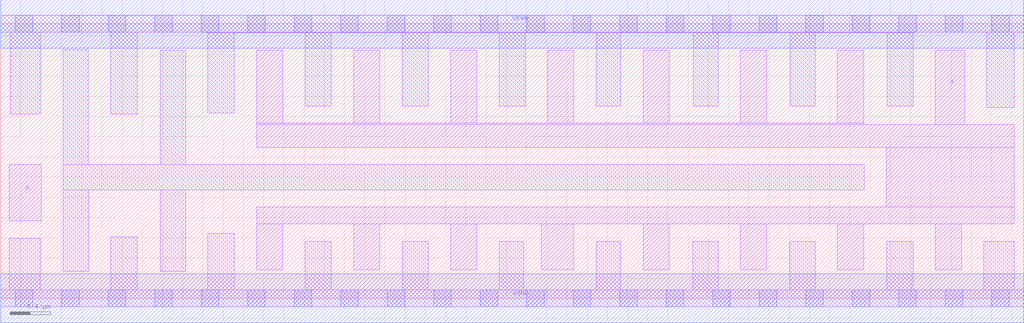
<source format=lef>
# Copyright 2020 The SkyWater PDK Authors
#
# Licensed under the Apache License, Version 2.0 (the "License");
# you may not use this file except in compliance with the License.
# You may obtain a copy of the License at
#
#     https://www.apache.org/licenses/LICENSE-2.0
#
# Unless required by applicable law or agreed to in writing, software
# distributed under the License is distributed on an "AS IS" BASIS,
# WITHOUT WARRANTIES OR CONDITIONS OF ANY KIND, either express or implied.
# See the License for the specific language governing permissions and
# limitations under the License.
#
# SPDX-License-Identifier: Apache-2.0

VERSION 5.7 ;
BUSBITCHARS "[]" ;
DIVIDERCHAR "/" ;
PROPERTYDEFINITIONS
  MACRO maskLayoutSubType STRING ;
  MACRO prCellType STRING ;
  MACRO originalViewName STRING ;
END PROPERTYDEFINITIONS
MACRO sky130_fd_sc_hdll__clkbuf_16
  ORIGIN  0.000000  0.000000 ;
  CLASS CORE ;
  SYMMETRY X Y R90 ;
  SIZE  10.12000 BY  2.720000 ;
  SITE unithd ;
  PIN A
    ANTENNAGATEAREA  0.972000 ;
    DIRECTION INPUT ;
    USE SIGNAL ;
    PORT
      LAYER li1 ;
        RECT 0.085000 0.765000 0.400000 1.325000 ;
    END
  END A
  PIN VGND
    DIRECTION INOUT ;
    USE SIGNAL ;
    PORT
      LAYER met1 ;
        RECT 0.000000 -0.240000 10.120000 0.240000 ;
    END
  END VGND
  PIN VPWR
    DIRECTION INOUT ;
    USE SIGNAL ;
    PORT
      LAYER met1 ;
        RECT 0.000000 2.480000 10.120000 2.960000 ;
    END
  END VPWR
  PIN X
    ANTENNADIFFAREA  3.529800 ;
    DIRECTION OUTPUT ;
    USE SIGNAL ;
    PORT
      LAYER li1 ;
        RECT 2.530000 0.280000  2.790000 0.735000 ;
        RECT 2.530000 0.735000 10.025000 0.905000 ;
        RECT 2.530000 1.495000 10.025000 1.720000 ;
        RECT 2.530000 1.720000  8.535000 1.735000 ;
        RECT 2.530000 1.735000  2.790000 2.460000 ;
        RECT 3.490000 0.280000  3.750000 0.735000 ;
        RECT 3.490000 1.735000  3.750000 2.460000 ;
        RECT 4.450000 0.280000  4.710000 0.735000 ;
        RECT 4.450000 1.735000  4.710000 2.460000 ;
        RECT 5.345000 0.280000  5.670000 0.735000 ;
        RECT 5.410000 1.735000  5.670000 2.460000 ;
        RECT 6.355000 0.280000  6.615000 0.735000 ;
        RECT 6.355000 1.735000  6.615000 2.460000 ;
        RECT 7.315000 0.280000  7.575000 0.735000 ;
        RECT 7.315000 1.735000  7.575000 2.460000 ;
        RECT 8.275000 0.280000  8.535000 0.735000 ;
        RECT 8.275000 1.735000  8.535000 2.460000 ;
        RECT 8.760000 0.905000 10.025000 1.495000 ;
        RECT 9.245000 0.280000  9.505000 0.735000 ;
        RECT 9.245000 1.720000  9.535000 2.460000 ;
    END
  END X
  OBS
    LAYER li1 ;
      RECT 0.000000 -0.085000 10.120000 0.085000 ;
      RECT 0.000000  2.635000 10.120000 2.805000 ;
      RECT 0.085000  0.085000  0.390000 0.595000 ;
      RECT 0.095000  1.825000  0.390000 2.635000 ;
      RECT 0.620000  0.265000  0.870000 1.075000 ;
      RECT 0.620000  1.075000  8.540000 1.325000 ;
      RECT 0.620000  1.325000  0.865000 2.465000 ;
      RECT 1.090000  0.085000  1.350000 0.610000 ;
      RECT 1.090000  1.825000  1.350000 2.635000 ;
      RECT 1.580000  0.265000  1.830000 1.075000 ;
      RECT 1.580000  1.325000  1.830000 2.460000 ;
      RECT 2.050000  0.085000  2.310000 0.645000 ;
      RECT 2.050000  1.835000  2.310000 2.630000 ;
      RECT 2.050000  2.630000  9.025000 2.635000 ;
      RECT 3.010000  0.085000  3.270000 0.565000 ;
      RECT 3.010000  1.905000  3.270000 2.630000 ;
      RECT 3.970000  0.085000  4.230000 0.565000 ;
      RECT 3.970000  1.905000  4.230000 2.630000 ;
      RECT 4.930000  0.085000  5.175000 0.565000 ;
      RECT 4.930000  1.905000  5.190000 2.630000 ;
      RECT 5.890000  0.085000  6.135000 0.565000 ;
      RECT 5.890000  1.905000  6.135000 2.630000 ;
      RECT 6.845000  0.085000  7.095000 0.565000 ;
      RECT 6.850000  1.905000  7.095000 2.630000 ;
      RECT 7.805000  0.085000  8.055000 0.565000 ;
      RECT 7.810000  1.905000  8.055000 2.630000 ;
      RECT 8.765000  0.085000  9.025000 0.565000 ;
      RECT 8.770000  1.905000  9.025000 2.630000 ;
      RECT 9.725000  0.085000 10.025000 0.565000 ;
      RECT 9.755000  1.890000 10.025000 2.635000 ;
    LAYER mcon ;
      RECT 0.145000 -0.085000 0.315000 0.085000 ;
      RECT 0.145000  2.635000 0.315000 2.805000 ;
      RECT 0.605000 -0.085000 0.775000 0.085000 ;
      RECT 0.605000  2.635000 0.775000 2.805000 ;
      RECT 1.065000 -0.085000 1.235000 0.085000 ;
      RECT 1.065000  2.635000 1.235000 2.805000 ;
      RECT 1.525000 -0.085000 1.695000 0.085000 ;
      RECT 1.525000  2.635000 1.695000 2.805000 ;
      RECT 1.985000 -0.085000 2.155000 0.085000 ;
      RECT 1.985000  2.635000 2.155000 2.805000 ;
      RECT 2.445000 -0.085000 2.615000 0.085000 ;
      RECT 2.445000  2.635000 2.615000 2.805000 ;
      RECT 2.905000 -0.085000 3.075000 0.085000 ;
      RECT 2.905000  2.635000 3.075000 2.805000 ;
      RECT 3.365000 -0.085000 3.535000 0.085000 ;
      RECT 3.365000  2.635000 3.535000 2.805000 ;
      RECT 3.825000 -0.085000 3.995000 0.085000 ;
      RECT 3.825000  2.635000 3.995000 2.805000 ;
      RECT 4.285000 -0.085000 4.455000 0.085000 ;
      RECT 4.285000  2.635000 4.455000 2.805000 ;
      RECT 4.745000 -0.085000 4.915000 0.085000 ;
      RECT 4.745000  2.635000 4.915000 2.805000 ;
      RECT 5.205000 -0.085000 5.375000 0.085000 ;
      RECT 5.205000  2.635000 5.375000 2.805000 ;
      RECT 5.665000 -0.085000 5.835000 0.085000 ;
      RECT 5.665000  2.635000 5.835000 2.805000 ;
      RECT 6.125000 -0.085000 6.295000 0.085000 ;
      RECT 6.125000  2.635000 6.295000 2.805000 ;
      RECT 6.585000 -0.085000 6.755000 0.085000 ;
      RECT 6.585000  2.635000 6.755000 2.805000 ;
      RECT 7.045000 -0.085000 7.215000 0.085000 ;
      RECT 7.045000  2.635000 7.215000 2.805000 ;
      RECT 7.505000 -0.085000 7.675000 0.085000 ;
      RECT 7.505000  2.635000 7.675000 2.805000 ;
      RECT 7.965000 -0.085000 8.135000 0.085000 ;
      RECT 7.965000  2.635000 8.135000 2.805000 ;
      RECT 8.425000 -0.085000 8.595000 0.085000 ;
      RECT 8.425000  2.635000 8.595000 2.805000 ;
      RECT 8.885000 -0.085000 9.055000 0.085000 ;
      RECT 8.885000  2.635000 9.055000 2.805000 ;
      RECT 9.345000 -0.085000 9.515000 0.085000 ;
      RECT 9.345000  2.635000 9.515000 2.805000 ;
      RECT 9.805000 -0.085000 9.975000 0.085000 ;
      RECT 9.805000  2.635000 9.975000 2.805000 ;
  END
  PROPERTY maskLayoutSubType "abstract" ;
  PROPERTY prCellType "standard" ;
  PROPERTY originalViewName "layout" ;
END sky130_fd_sc_hdll__clkbuf_16
END LIBRARY

</source>
